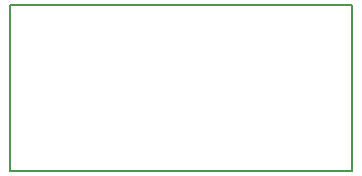
<source format=gbr>
%TF.GenerationSoftware,KiCad,Pcbnew,(6.0.4)*%
%TF.CreationDate,2024-08-12T15:42:03+08:00*%
%TF.ProjectId,laser tanks,6c617365-7220-4746-916e-6b732e6b6963,rev?*%
%TF.SameCoordinates,Original*%
%TF.FileFunction,Profile,NP*%
%FSLAX46Y46*%
G04 Gerber Fmt 4.6, Leading zero omitted, Abs format (unit mm)*
G04 Created by KiCad (PCBNEW (6.0.4)) date 2024-08-12 15:42:03*
%MOMM*%
%LPD*%
G01*
G04 APERTURE LIST*
%TA.AperFunction,Profile*%
%ADD10C,0.200000*%
%TD*%
G04 APERTURE END LIST*
D10*
X100500000Y-100500000D02*
X129500000Y-100500000D01*
X129500000Y-100500000D02*
X129500000Y-114500000D01*
X129500000Y-114500000D02*
X100500000Y-114500000D01*
X100500000Y-114500000D02*
X100500000Y-100500000D01*
M02*

</source>
